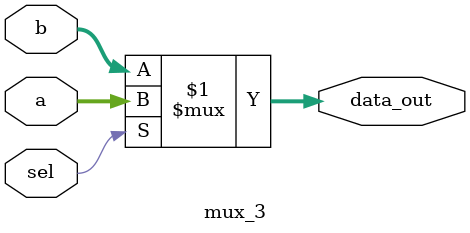
<source format=v>
module mux_3
(
    input [63:0] a, b,
    input sel,
    output [63:0] data_out   
);

assign data_out = sel ? a : b;


endmodule // 
</source>
